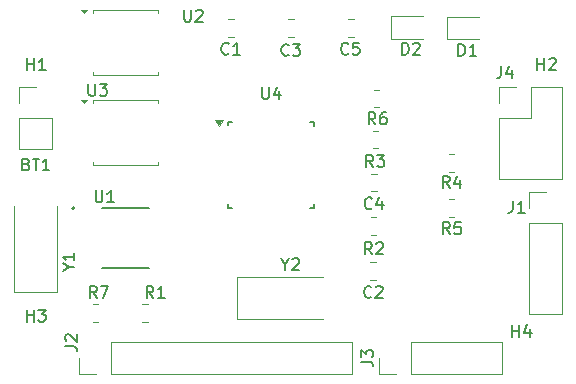
<source format=gbr>
%TF.GenerationSoftware,KiCad,Pcbnew,9.0.1*%
%TF.CreationDate,2025-04-10T12:08:20+02:00*%
%TF.ProjectId,MCU_datalogger,4d43555f-6461-4746-916c-6f676765722e,rev?*%
%TF.SameCoordinates,Original*%
%TF.FileFunction,Legend,Top*%
%TF.FilePolarity,Positive*%
%FSLAX46Y46*%
G04 Gerber Fmt 4.6, Leading zero omitted, Abs format (unit mm)*
G04 Created by KiCad (PCBNEW 9.0.1) date 2025-04-10 12:08:20*
%MOMM*%
%LPD*%
G01*
G04 APERTURE LIST*
%ADD10C,0.150000*%
%ADD11C,0.120000*%
%ADD12C,0.127000*%
%ADD13C,0.200000*%
G04 APERTURE END LIST*
D10*
X168666666Y-99754819D02*
X168666666Y-100469104D01*
X168666666Y-100469104D02*
X168619047Y-100611961D01*
X168619047Y-100611961D02*
X168523809Y-100707200D01*
X168523809Y-100707200D02*
X168380952Y-100754819D01*
X168380952Y-100754819D02*
X168285714Y-100754819D01*
X169666666Y-100754819D02*
X169095238Y-100754819D01*
X169380952Y-100754819D02*
X169380952Y-99754819D01*
X169380952Y-99754819D02*
X169285714Y-99897676D01*
X169285714Y-99897676D02*
X169190476Y-99992914D01*
X169190476Y-99992914D02*
X169095238Y-100040533D01*
X138233333Y-107954819D02*
X137900000Y-107478628D01*
X137661905Y-107954819D02*
X137661905Y-106954819D01*
X137661905Y-106954819D02*
X138042857Y-106954819D01*
X138042857Y-106954819D02*
X138138095Y-107002438D01*
X138138095Y-107002438D02*
X138185714Y-107050057D01*
X138185714Y-107050057D02*
X138233333Y-107145295D01*
X138233333Y-107145295D02*
X138233333Y-107288152D01*
X138233333Y-107288152D02*
X138185714Y-107383390D01*
X138185714Y-107383390D02*
X138138095Y-107431009D01*
X138138095Y-107431009D02*
X138042857Y-107478628D01*
X138042857Y-107478628D02*
X137661905Y-107478628D01*
X139185714Y-107954819D02*
X138614286Y-107954819D01*
X138900000Y-107954819D02*
X138900000Y-106954819D01*
X138900000Y-106954819D02*
X138804762Y-107097676D01*
X138804762Y-107097676D02*
X138709524Y-107192914D01*
X138709524Y-107192914D02*
X138614286Y-107240533D01*
X147432406Y-90112063D02*
X147432406Y-90921586D01*
X147432406Y-90921586D02*
X147480025Y-91016824D01*
X147480025Y-91016824D02*
X147527644Y-91064444D01*
X147527644Y-91064444D02*
X147622882Y-91112063D01*
X147622882Y-91112063D02*
X147813358Y-91112063D01*
X147813358Y-91112063D02*
X147908596Y-91064444D01*
X147908596Y-91064444D02*
X147956215Y-91016824D01*
X147956215Y-91016824D02*
X148003834Y-90921586D01*
X148003834Y-90921586D02*
X148003834Y-90112063D01*
X148908596Y-90445396D02*
X148908596Y-91112063D01*
X148670501Y-90064444D02*
X148432406Y-90778729D01*
X148432406Y-90778729D02*
X149051453Y-90778729D01*
X144613333Y-87259580D02*
X144565714Y-87307200D01*
X144565714Y-87307200D02*
X144422857Y-87354819D01*
X144422857Y-87354819D02*
X144327619Y-87354819D01*
X144327619Y-87354819D02*
X144184762Y-87307200D01*
X144184762Y-87307200D02*
X144089524Y-87211961D01*
X144089524Y-87211961D02*
X144041905Y-87116723D01*
X144041905Y-87116723D02*
X143994286Y-86926247D01*
X143994286Y-86926247D02*
X143994286Y-86783390D01*
X143994286Y-86783390D02*
X144041905Y-86592914D01*
X144041905Y-86592914D02*
X144089524Y-86497676D01*
X144089524Y-86497676D02*
X144184762Y-86402438D01*
X144184762Y-86402438D02*
X144327619Y-86354819D01*
X144327619Y-86354819D02*
X144422857Y-86354819D01*
X144422857Y-86354819D02*
X144565714Y-86402438D01*
X144565714Y-86402438D02*
X144613333Y-86450057D01*
X145565714Y-87354819D02*
X144994286Y-87354819D01*
X145280000Y-87354819D02*
X145280000Y-86354819D01*
X145280000Y-86354819D02*
X145184762Y-86497676D01*
X145184762Y-86497676D02*
X145089524Y-86592914D01*
X145089524Y-86592914D02*
X144994286Y-86640533D01*
X131078628Y-105376190D02*
X131554819Y-105376190D01*
X130554819Y-105709523D02*
X131078628Y-105376190D01*
X131078628Y-105376190D02*
X130554819Y-105042857D01*
X131554819Y-104185714D02*
X131554819Y-104757142D01*
X131554819Y-104471428D02*
X130554819Y-104471428D01*
X130554819Y-104471428D02*
X130697676Y-104566666D01*
X130697676Y-104566666D02*
X130792914Y-104661904D01*
X130792914Y-104661904D02*
X130840533Y-104757142D01*
X127538095Y-88654819D02*
X127538095Y-87654819D01*
X127538095Y-88131009D02*
X128109523Y-88131009D01*
X128109523Y-88654819D02*
X128109523Y-87654819D01*
X129109523Y-88654819D02*
X128538095Y-88654819D01*
X128823809Y-88654819D02*
X128823809Y-87654819D01*
X128823809Y-87654819D02*
X128728571Y-87797676D01*
X128728571Y-87797676D02*
X128633333Y-87892914D01*
X128633333Y-87892914D02*
X128538095Y-87940533D01*
X156682853Y-107859580D02*
X156635234Y-107907200D01*
X156635234Y-107907200D02*
X156492377Y-107954819D01*
X156492377Y-107954819D02*
X156397139Y-107954819D01*
X156397139Y-107954819D02*
X156254282Y-107907200D01*
X156254282Y-107907200D02*
X156159044Y-107811961D01*
X156159044Y-107811961D02*
X156111425Y-107716723D01*
X156111425Y-107716723D02*
X156063806Y-107526247D01*
X156063806Y-107526247D02*
X156063806Y-107383390D01*
X156063806Y-107383390D02*
X156111425Y-107192914D01*
X156111425Y-107192914D02*
X156159044Y-107097676D01*
X156159044Y-107097676D02*
X156254282Y-107002438D01*
X156254282Y-107002438D02*
X156397139Y-106954819D01*
X156397139Y-106954819D02*
X156492377Y-106954819D01*
X156492377Y-106954819D02*
X156635234Y-107002438D01*
X156635234Y-107002438D02*
X156682853Y-107050057D01*
X157063806Y-107050057D02*
X157111425Y-107002438D01*
X157111425Y-107002438D02*
X157206663Y-106954819D01*
X157206663Y-106954819D02*
X157444758Y-106954819D01*
X157444758Y-106954819D02*
X157539996Y-107002438D01*
X157539996Y-107002438D02*
X157587615Y-107050057D01*
X157587615Y-107050057D02*
X157635234Y-107145295D01*
X157635234Y-107145295D02*
X157635234Y-107240533D01*
X157635234Y-107240533D02*
X157587615Y-107383390D01*
X157587615Y-107383390D02*
X157016187Y-107954819D01*
X157016187Y-107954819D02*
X157635234Y-107954819D01*
X156833333Y-96854819D02*
X156500000Y-96378628D01*
X156261905Y-96854819D02*
X156261905Y-95854819D01*
X156261905Y-95854819D02*
X156642857Y-95854819D01*
X156642857Y-95854819D02*
X156738095Y-95902438D01*
X156738095Y-95902438D02*
X156785714Y-95950057D01*
X156785714Y-95950057D02*
X156833333Y-96045295D01*
X156833333Y-96045295D02*
X156833333Y-96188152D01*
X156833333Y-96188152D02*
X156785714Y-96283390D01*
X156785714Y-96283390D02*
X156738095Y-96331009D01*
X156738095Y-96331009D02*
X156642857Y-96378628D01*
X156642857Y-96378628D02*
X156261905Y-96378628D01*
X157166667Y-95854819D02*
X157785714Y-95854819D01*
X157785714Y-95854819D02*
X157452381Y-96235771D01*
X157452381Y-96235771D02*
X157595238Y-96235771D01*
X157595238Y-96235771D02*
X157690476Y-96283390D01*
X157690476Y-96283390D02*
X157738095Y-96331009D01*
X157738095Y-96331009D02*
X157785714Y-96426247D01*
X157785714Y-96426247D02*
X157785714Y-96664342D01*
X157785714Y-96664342D02*
X157738095Y-96759580D01*
X157738095Y-96759580D02*
X157690476Y-96807200D01*
X157690476Y-96807200D02*
X157595238Y-96854819D01*
X157595238Y-96854819D02*
X157309524Y-96854819D01*
X157309524Y-96854819D02*
X157214286Y-96807200D01*
X157214286Y-96807200D02*
X157166667Y-96759580D01*
X155824819Y-113363333D02*
X156539104Y-113363333D01*
X156539104Y-113363333D02*
X156681961Y-113410952D01*
X156681961Y-113410952D02*
X156777200Y-113506190D01*
X156777200Y-113506190D02*
X156824819Y-113649047D01*
X156824819Y-113649047D02*
X156824819Y-113744285D01*
X155824819Y-112982380D02*
X155824819Y-112363333D01*
X155824819Y-112363333D02*
X156205771Y-112696666D01*
X156205771Y-112696666D02*
X156205771Y-112553809D01*
X156205771Y-112553809D02*
X156253390Y-112458571D01*
X156253390Y-112458571D02*
X156301009Y-112410952D01*
X156301009Y-112410952D02*
X156396247Y-112363333D01*
X156396247Y-112363333D02*
X156634342Y-112363333D01*
X156634342Y-112363333D02*
X156729580Y-112410952D01*
X156729580Y-112410952D02*
X156777200Y-112458571D01*
X156777200Y-112458571D02*
X156824819Y-112553809D01*
X156824819Y-112553809D02*
X156824819Y-112839523D01*
X156824819Y-112839523D02*
X156777200Y-112934761D01*
X156777200Y-112934761D02*
X156729580Y-112982380D01*
X163305833Y-98654819D02*
X162972500Y-98178628D01*
X162734405Y-98654819D02*
X162734405Y-97654819D01*
X162734405Y-97654819D02*
X163115357Y-97654819D01*
X163115357Y-97654819D02*
X163210595Y-97702438D01*
X163210595Y-97702438D02*
X163258214Y-97750057D01*
X163258214Y-97750057D02*
X163305833Y-97845295D01*
X163305833Y-97845295D02*
X163305833Y-97988152D01*
X163305833Y-97988152D02*
X163258214Y-98083390D01*
X163258214Y-98083390D02*
X163210595Y-98131009D01*
X163210595Y-98131009D02*
X163115357Y-98178628D01*
X163115357Y-98178628D02*
X162734405Y-98178628D01*
X164162976Y-97988152D02*
X164162976Y-98654819D01*
X163924881Y-97607200D02*
X163686786Y-98321485D01*
X163686786Y-98321485D02*
X164305833Y-98321485D01*
X170738095Y-88654819D02*
X170738095Y-87654819D01*
X170738095Y-88131009D02*
X171309523Y-88131009D01*
X171309523Y-88654819D02*
X171309523Y-87654819D01*
X171738095Y-87750057D02*
X171785714Y-87702438D01*
X171785714Y-87702438D02*
X171880952Y-87654819D01*
X171880952Y-87654819D02*
X172119047Y-87654819D01*
X172119047Y-87654819D02*
X172214285Y-87702438D01*
X172214285Y-87702438D02*
X172261904Y-87750057D01*
X172261904Y-87750057D02*
X172309523Y-87845295D01*
X172309523Y-87845295D02*
X172309523Y-87940533D01*
X172309523Y-87940533D02*
X172261904Y-88083390D01*
X172261904Y-88083390D02*
X171690476Y-88654819D01*
X171690476Y-88654819D02*
X172309523Y-88654819D01*
X156733333Y-100359580D02*
X156685714Y-100407200D01*
X156685714Y-100407200D02*
X156542857Y-100454819D01*
X156542857Y-100454819D02*
X156447619Y-100454819D01*
X156447619Y-100454819D02*
X156304762Y-100407200D01*
X156304762Y-100407200D02*
X156209524Y-100311961D01*
X156209524Y-100311961D02*
X156161905Y-100216723D01*
X156161905Y-100216723D02*
X156114286Y-100026247D01*
X156114286Y-100026247D02*
X156114286Y-99883390D01*
X156114286Y-99883390D02*
X156161905Y-99692914D01*
X156161905Y-99692914D02*
X156209524Y-99597676D01*
X156209524Y-99597676D02*
X156304762Y-99502438D01*
X156304762Y-99502438D02*
X156447619Y-99454819D01*
X156447619Y-99454819D02*
X156542857Y-99454819D01*
X156542857Y-99454819D02*
X156685714Y-99502438D01*
X156685714Y-99502438D02*
X156733333Y-99550057D01*
X157590476Y-99788152D02*
X157590476Y-100454819D01*
X157352381Y-99407200D02*
X157114286Y-100121485D01*
X157114286Y-100121485D02*
X157733333Y-100121485D01*
X168638095Y-111254819D02*
X168638095Y-110254819D01*
X168638095Y-110731009D02*
X169209523Y-110731009D01*
X169209523Y-111254819D02*
X169209523Y-110254819D01*
X170114285Y-110588152D02*
X170114285Y-111254819D01*
X169876190Y-110207200D02*
X169638095Y-110921485D01*
X169638095Y-110921485D02*
X170257142Y-110921485D01*
X156733333Y-104254819D02*
X156400000Y-103778628D01*
X156161905Y-104254819D02*
X156161905Y-103254819D01*
X156161905Y-103254819D02*
X156542857Y-103254819D01*
X156542857Y-103254819D02*
X156638095Y-103302438D01*
X156638095Y-103302438D02*
X156685714Y-103350057D01*
X156685714Y-103350057D02*
X156733333Y-103445295D01*
X156733333Y-103445295D02*
X156733333Y-103588152D01*
X156733333Y-103588152D02*
X156685714Y-103683390D01*
X156685714Y-103683390D02*
X156638095Y-103731009D01*
X156638095Y-103731009D02*
X156542857Y-103778628D01*
X156542857Y-103778628D02*
X156161905Y-103778628D01*
X157114286Y-103350057D02*
X157161905Y-103302438D01*
X157161905Y-103302438D02*
X157257143Y-103254819D01*
X157257143Y-103254819D02*
X157495238Y-103254819D01*
X157495238Y-103254819D02*
X157590476Y-103302438D01*
X157590476Y-103302438D02*
X157638095Y-103350057D01*
X157638095Y-103350057D02*
X157685714Y-103445295D01*
X157685714Y-103445295D02*
X157685714Y-103540533D01*
X157685714Y-103540533D02*
X157638095Y-103683390D01*
X157638095Y-103683390D02*
X157066667Y-104254819D01*
X157066667Y-104254819D02*
X157685714Y-104254819D01*
X132738095Y-89834819D02*
X132738095Y-90644342D01*
X132738095Y-90644342D02*
X132785714Y-90739580D01*
X132785714Y-90739580D02*
X132833333Y-90787200D01*
X132833333Y-90787200D02*
X132928571Y-90834819D01*
X132928571Y-90834819D02*
X133119047Y-90834819D01*
X133119047Y-90834819D02*
X133214285Y-90787200D01*
X133214285Y-90787200D02*
X133261904Y-90739580D01*
X133261904Y-90739580D02*
X133309523Y-90644342D01*
X133309523Y-90644342D02*
X133309523Y-89834819D01*
X133690476Y-89834819D02*
X134309523Y-89834819D01*
X134309523Y-89834819D02*
X133976190Y-90215771D01*
X133976190Y-90215771D02*
X134119047Y-90215771D01*
X134119047Y-90215771D02*
X134214285Y-90263390D01*
X134214285Y-90263390D02*
X134261904Y-90311009D01*
X134261904Y-90311009D02*
X134309523Y-90406247D01*
X134309523Y-90406247D02*
X134309523Y-90644342D01*
X134309523Y-90644342D02*
X134261904Y-90739580D01*
X134261904Y-90739580D02*
X134214285Y-90787200D01*
X134214285Y-90787200D02*
X134119047Y-90834819D01*
X134119047Y-90834819D02*
X133833333Y-90834819D01*
X133833333Y-90834819D02*
X133738095Y-90787200D01*
X133738095Y-90787200D02*
X133690476Y-90739580D01*
X163333333Y-102554819D02*
X163000000Y-102078628D01*
X162761905Y-102554819D02*
X162761905Y-101554819D01*
X162761905Y-101554819D02*
X163142857Y-101554819D01*
X163142857Y-101554819D02*
X163238095Y-101602438D01*
X163238095Y-101602438D02*
X163285714Y-101650057D01*
X163285714Y-101650057D02*
X163333333Y-101745295D01*
X163333333Y-101745295D02*
X163333333Y-101888152D01*
X163333333Y-101888152D02*
X163285714Y-101983390D01*
X163285714Y-101983390D02*
X163238095Y-102031009D01*
X163238095Y-102031009D02*
X163142857Y-102078628D01*
X163142857Y-102078628D02*
X162761905Y-102078628D01*
X164238095Y-101554819D02*
X163761905Y-101554819D01*
X163761905Y-101554819D02*
X163714286Y-102031009D01*
X163714286Y-102031009D02*
X163761905Y-101983390D01*
X163761905Y-101983390D02*
X163857143Y-101935771D01*
X163857143Y-101935771D02*
X164095238Y-101935771D01*
X164095238Y-101935771D02*
X164190476Y-101983390D01*
X164190476Y-101983390D02*
X164238095Y-102031009D01*
X164238095Y-102031009D02*
X164285714Y-102126247D01*
X164285714Y-102126247D02*
X164285714Y-102364342D01*
X164285714Y-102364342D02*
X164238095Y-102459580D01*
X164238095Y-102459580D02*
X164190476Y-102507200D01*
X164190476Y-102507200D02*
X164095238Y-102554819D01*
X164095238Y-102554819D02*
X163857143Y-102554819D01*
X163857143Y-102554819D02*
X163761905Y-102507200D01*
X163761905Y-102507200D02*
X163714286Y-102459580D01*
X149693333Y-87359580D02*
X149645714Y-87407200D01*
X149645714Y-87407200D02*
X149502857Y-87454819D01*
X149502857Y-87454819D02*
X149407619Y-87454819D01*
X149407619Y-87454819D02*
X149264762Y-87407200D01*
X149264762Y-87407200D02*
X149169524Y-87311961D01*
X149169524Y-87311961D02*
X149121905Y-87216723D01*
X149121905Y-87216723D02*
X149074286Y-87026247D01*
X149074286Y-87026247D02*
X149074286Y-86883390D01*
X149074286Y-86883390D02*
X149121905Y-86692914D01*
X149121905Y-86692914D02*
X149169524Y-86597676D01*
X149169524Y-86597676D02*
X149264762Y-86502438D01*
X149264762Y-86502438D02*
X149407619Y-86454819D01*
X149407619Y-86454819D02*
X149502857Y-86454819D01*
X149502857Y-86454819D02*
X149645714Y-86502438D01*
X149645714Y-86502438D02*
X149693333Y-86550057D01*
X150026667Y-86454819D02*
X150645714Y-86454819D01*
X150645714Y-86454819D02*
X150312381Y-86835771D01*
X150312381Y-86835771D02*
X150455238Y-86835771D01*
X150455238Y-86835771D02*
X150550476Y-86883390D01*
X150550476Y-86883390D02*
X150598095Y-86931009D01*
X150598095Y-86931009D02*
X150645714Y-87026247D01*
X150645714Y-87026247D02*
X150645714Y-87264342D01*
X150645714Y-87264342D02*
X150598095Y-87359580D01*
X150598095Y-87359580D02*
X150550476Y-87407200D01*
X150550476Y-87407200D02*
X150455238Y-87454819D01*
X150455238Y-87454819D02*
X150169524Y-87454819D01*
X150169524Y-87454819D02*
X150074286Y-87407200D01*
X150074286Y-87407200D02*
X150026667Y-87359580D01*
X133433333Y-107954819D02*
X133100000Y-107478628D01*
X132861905Y-107954819D02*
X132861905Y-106954819D01*
X132861905Y-106954819D02*
X133242857Y-106954819D01*
X133242857Y-106954819D02*
X133338095Y-107002438D01*
X133338095Y-107002438D02*
X133385714Y-107050057D01*
X133385714Y-107050057D02*
X133433333Y-107145295D01*
X133433333Y-107145295D02*
X133433333Y-107288152D01*
X133433333Y-107288152D02*
X133385714Y-107383390D01*
X133385714Y-107383390D02*
X133338095Y-107431009D01*
X133338095Y-107431009D02*
X133242857Y-107478628D01*
X133242857Y-107478628D02*
X132861905Y-107478628D01*
X133766667Y-106954819D02*
X134433333Y-106954819D01*
X134433333Y-106954819D02*
X134004762Y-107954819D01*
X127484285Y-96631009D02*
X127627142Y-96678628D01*
X127627142Y-96678628D02*
X127674761Y-96726247D01*
X127674761Y-96726247D02*
X127722380Y-96821485D01*
X127722380Y-96821485D02*
X127722380Y-96964342D01*
X127722380Y-96964342D02*
X127674761Y-97059580D01*
X127674761Y-97059580D02*
X127627142Y-97107200D01*
X127627142Y-97107200D02*
X127531904Y-97154819D01*
X127531904Y-97154819D02*
X127150952Y-97154819D01*
X127150952Y-97154819D02*
X127150952Y-96154819D01*
X127150952Y-96154819D02*
X127484285Y-96154819D01*
X127484285Y-96154819D02*
X127579523Y-96202438D01*
X127579523Y-96202438D02*
X127627142Y-96250057D01*
X127627142Y-96250057D02*
X127674761Y-96345295D01*
X127674761Y-96345295D02*
X127674761Y-96440533D01*
X127674761Y-96440533D02*
X127627142Y-96535771D01*
X127627142Y-96535771D02*
X127579523Y-96583390D01*
X127579523Y-96583390D02*
X127484285Y-96631009D01*
X127484285Y-96631009D02*
X127150952Y-96631009D01*
X128008095Y-96154819D02*
X128579523Y-96154819D01*
X128293809Y-97154819D02*
X128293809Y-96154819D01*
X129436666Y-97154819D02*
X128865238Y-97154819D01*
X129150952Y-97154819D02*
X129150952Y-96154819D01*
X129150952Y-96154819D02*
X129055714Y-96297676D01*
X129055714Y-96297676D02*
X128960476Y-96392914D01*
X128960476Y-96392914D02*
X128865238Y-96440533D01*
X130754819Y-112033333D02*
X131469104Y-112033333D01*
X131469104Y-112033333D02*
X131611961Y-112080952D01*
X131611961Y-112080952D02*
X131707200Y-112176190D01*
X131707200Y-112176190D02*
X131754819Y-112319047D01*
X131754819Y-112319047D02*
X131754819Y-112414285D01*
X130850057Y-111604761D02*
X130802438Y-111557142D01*
X130802438Y-111557142D02*
X130754819Y-111461904D01*
X130754819Y-111461904D02*
X130754819Y-111223809D01*
X130754819Y-111223809D02*
X130802438Y-111128571D01*
X130802438Y-111128571D02*
X130850057Y-111080952D01*
X130850057Y-111080952D02*
X130945295Y-111033333D01*
X130945295Y-111033333D02*
X131040533Y-111033333D01*
X131040533Y-111033333D02*
X131183390Y-111080952D01*
X131183390Y-111080952D02*
X131754819Y-111652380D01*
X131754819Y-111652380D02*
X131754819Y-111033333D01*
X164061905Y-87454819D02*
X164061905Y-86454819D01*
X164061905Y-86454819D02*
X164300000Y-86454819D01*
X164300000Y-86454819D02*
X164442857Y-86502438D01*
X164442857Y-86502438D02*
X164538095Y-86597676D01*
X164538095Y-86597676D02*
X164585714Y-86692914D01*
X164585714Y-86692914D02*
X164633333Y-86883390D01*
X164633333Y-86883390D02*
X164633333Y-87026247D01*
X164633333Y-87026247D02*
X164585714Y-87216723D01*
X164585714Y-87216723D02*
X164538095Y-87311961D01*
X164538095Y-87311961D02*
X164442857Y-87407200D01*
X164442857Y-87407200D02*
X164300000Y-87454819D01*
X164300000Y-87454819D02*
X164061905Y-87454819D01*
X165585714Y-87454819D02*
X165014286Y-87454819D01*
X165300000Y-87454819D02*
X165300000Y-86454819D01*
X165300000Y-86454819D02*
X165204762Y-86597676D01*
X165204762Y-86597676D02*
X165109524Y-86692914D01*
X165109524Y-86692914D02*
X165014286Y-86740533D01*
X149383809Y-105128628D02*
X149383809Y-105604819D01*
X149050476Y-104604819D02*
X149383809Y-105128628D01*
X149383809Y-105128628D02*
X149717142Y-104604819D01*
X150002857Y-104700057D02*
X150050476Y-104652438D01*
X150050476Y-104652438D02*
X150145714Y-104604819D01*
X150145714Y-104604819D02*
X150383809Y-104604819D01*
X150383809Y-104604819D02*
X150479047Y-104652438D01*
X150479047Y-104652438D02*
X150526666Y-104700057D01*
X150526666Y-104700057D02*
X150574285Y-104795295D01*
X150574285Y-104795295D02*
X150574285Y-104890533D01*
X150574285Y-104890533D02*
X150526666Y-105033390D01*
X150526666Y-105033390D02*
X149955238Y-105604819D01*
X149955238Y-105604819D02*
X150574285Y-105604819D01*
X157033333Y-93254819D02*
X156700000Y-92778628D01*
X156461905Y-93254819D02*
X156461905Y-92254819D01*
X156461905Y-92254819D02*
X156842857Y-92254819D01*
X156842857Y-92254819D02*
X156938095Y-92302438D01*
X156938095Y-92302438D02*
X156985714Y-92350057D01*
X156985714Y-92350057D02*
X157033333Y-92445295D01*
X157033333Y-92445295D02*
X157033333Y-92588152D01*
X157033333Y-92588152D02*
X156985714Y-92683390D01*
X156985714Y-92683390D02*
X156938095Y-92731009D01*
X156938095Y-92731009D02*
X156842857Y-92778628D01*
X156842857Y-92778628D02*
X156461905Y-92778628D01*
X157890476Y-92254819D02*
X157700000Y-92254819D01*
X157700000Y-92254819D02*
X157604762Y-92302438D01*
X157604762Y-92302438D02*
X157557143Y-92350057D01*
X157557143Y-92350057D02*
X157461905Y-92492914D01*
X157461905Y-92492914D02*
X157414286Y-92683390D01*
X157414286Y-92683390D02*
X157414286Y-93064342D01*
X157414286Y-93064342D02*
X157461905Y-93159580D01*
X157461905Y-93159580D02*
X157509524Y-93207200D01*
X157509524Y-93207200D02*
X157604762Y-93254819D01*
X157604762Y-93254819D02*
X157795238Y-93254819D01*
X157795238Y-93254819D02*
X157890476Y-93207200D01*
X157890476Y-93207200D02*
X157938095Y-93159580D01*
X157938095Y-93159580D02*
X157985714Y-93064342D01*
X157985714Y-93064342D02*
X157985714Y-92826247D01*
X157985714Y-92826247D02*
X157938095Y-92731009D01*
X157938095Y-92731009D02*
X157890476Y-92683390D01*
X157890476Y-92683390D02*
X157795238Y-92635771D01*
X157795238Y-92635771D02*
X157604762Y-92635771D01*
X157604762Y-92635771D02*
X157509524Y-92683390D01*
X157509524Y-92683390D02*
X157461905Y-92731009D01*
X157461905Y-92731009D02*
X157414286Y-92826247D01*
X127538095Y-109954819D02*
X127538095Y-108954819D01*
X127538095Y-109431009D02*
X128109523Y-109431009D01*
X128109523Y-109954819D02*
X128109523Y-108954819D01*
X128490476Y-108954819D02*
X129109523Y-108954819D01*
X129109523Y-108954819D02*
X128776190Y-109335771D01*
X128776190Y-109335771D02*
X128919047Y-109335771D01*
X128919047Y-109335771D02*
X129014285Y-109383390D01*
X129014285Y-109383390D02*
X129061904Y-109431009D01*
X129061904Y-109431009D02*
X129109523Y-109526247D01*
X129109523Y-109526247D02*
X129109523Y-109764342D01*
X129109523Y-109764342D02*
X129061904Y-109859580D01*
X129061904Y-109859580D02*
X129014285Y-109907200D01*
X129014285Y-109907200D02*
X128919047Y-109954819D01*
X128919047Y-109954819D02*
X128633333Y-109954819D01*
X128633333Y-109954819D02*
X128538095Y-109907200D01*
X128538095Y-109907200D02*
X128490476Y-109859580D01*
X133338095Y-98854819D02*
X133338095Y-99664342D01*
X133338095Y-99664342D02*
X133385714Y-99759580D01*
X133385714Y-99759580D02*
X133433333Y-99807200D01*
X133433333Y-99807200D02*
X133528571Y-99854819D01*
X133528571Y-99854819D02*
X133719047Y-99854819D01*
X133719047Y-99854819D02*
X133814285Y-99807200D01*
X133814285Y-99807200D02*
X133861904Y-99759580D01*
X133861904Y-99759580D02*
X133909523Y-99664342D01*
X133909523Y-99664342D02*
X133909523Y-98854819D01*
X134909523Y-99854819D02*
X134338095Y-99854819D01*
X134623809Y-99854819D02*
X134623809Y-98854819D01*
X134623809Y-98854819D02*
X134528571Y-98997676D01*
X134528571Y-98997676D02*
X134433333Y-99092914D01*
X134433333Y-99092914D02*
X134338095Y-99140533D01*
X154733333Y-87259580D02*
X154685714Y-87307200D01*
X154685714Y-87307200D02*
X154542857Y-87354819D01*
X154542857Y-87354819D02*
X154447619Y-87354819D01*
X154447619Y-87354819D02*
X154304762Y-87307200D01*
X154304762Y-87307200D02*
X154209524Y-87211961D01*
X154209524Y-87211961D02*
X154161905Y-87116723D01*
X154161905Y-87116723D02*
X154114286Y-86926247D01*
X154114286Y-86926247D02*
X154114286Y-86783390D01*
X154114286Y-86783390D02*
X154161905Y-86592914D01*
X154161905Y-86592914D02*
X154209524Y-86497676D01*
X154209524Y-86497676D02*
X154304762Y-86402438D01*
X154304762Y-86402438D02*
X154447619Y-86354819D01*
X154447619Y-86354819D02*
X154542857Y-86354819D01*
X154542857Y-86354819D02*
X154685714Y-86402438D01*
X154685714Y-86402438D02*
X154733333Y-86450057D01*
X155638095Y-86354819D02*
X155161905Y-86354819D01*
X155161905Y-86354819D02*
X155114286Y-86831009D01*
X155114286Y-86831009D02*
X155161905Y-86783390D01*
X155161905Y-86783390D02*
X155257143Y-86735771D01*
X155257143Y-86735771D02*
X155495238Y-86735771D01*
X155495238Y-86735771D02*
X155590476Y-86783390D01*
X155590476Y-86783390D02*
X155638095Y-86831009D01*
X155638095Y-86831009D02*
X155685714Y-86926247D01*
X155685714Y-86926247D02*
X155685714Y-87164342D01*
X155685714Y-87164342D02*
X155638095Y-87259580D01*
X155638095Y-87259580D02*
X155590476Y-87307200D01*
X155590476Y-87307200D02*
X155495238Y-87354819D01*
X155495238Y-87354819D02*
X155257143Y-87354819D01*
X155257143Y-87354819D02*
X155161905Y-87307200D01*
X155161905Y-87307200D02*
X155114286Y-87259580D01*
X140838095Y-83554819D02*
X140838095Y-84364342D01*
X140838095Y-84364342D02*
X140885714Y-84459580D01*
X140885714Y-84459580D02*
X140933333Y-84507200D01*
X140933333Y-84507200D02*
X141028571Y-84554819D01*
X141028571Y-84554819D02*
X141219047Y-84554819D01*
X141219047Y-84554819D02*
X141314285Y-84507200D01*
X141314285Y-84507200D02*
X141361904Y-84459580D01*
X141361904Y-84459580D02*
X141409523Y-84364342D01*
X141409523Y-84364342D02*
X141409523Y-83554819D01*
X141838095Y-83650057D02*
X141885714Y-83602438D01*
X141885714Y-83602438D02*
X141980952Y-83554819D01*
X141980952Y-83554819D02*
X142219047Y-83554819D01*
X142219047Y-83554819D02*
X142314285Y-83602438D01*
X142314285Y-83602438D02*
X142361904Y-83650057D01*
X142361904Y-83650057D02*
X142409523Y-83745295D01*
X142409523Y-83745295D02*
X142409523Y-83840533D01*
X142409523Y-83840533D02*
X142361904Y-83983390D01*
X142361904Y-83983390D02*
X141790476Y-84554819D01*
X141790476Y-84554819D02*
X142409523Y-84554819D01*
X159281905Y-87354819D02*
X159281905Y-86354819D01*
X159281905Y-86354819D02*
X159520000Y-86354819D01*
X159520000Y-86354819D02*
X159662857Y-86402438D01*
X159662857Y-86402438D02*
X159758095Y-86497676D01*
X159758095Y-86497676D02*
X159805714Y-86592914D01*
X159805714Y-86592914D02*
X159853333Y-86783390D01*
X159853333Y-86783390D02*
X159853333Y-86926247D01*
X159853333Y-86926247D02*
X159805714Y-87116723D01*
X159805714Y-87116723D02*
X159758095Y-87211961D01*
X159758095Y-87211961D02*
X159662857Y-87307200D01*
X159662857Y-87307200D02*
X159520000Y-87354819D01*
X159520000Y-87354819D02*
X159281905Y-87354819D01*
X160234286Y-86450057D02*
X160281905Y-86402438D01*
X160281905Y-86402438D02*
X160377143Y-86354819D01*
X160377143Y-86354819D02*
X160615238Y-86354819D01*
X160615238Y-86354819D02*
X160710476Y-86402438D01*
X160710476Y-86402438D02*
X160758095Y-86450057D01*
X160758095Y-86450057D02*
X160805714Y-86545295D01*
X160805714Y-86545295D02*
X160805714Y-86640533D01*
X160805714Y-86640533D02*
X160758095Y-86783390D01*
X160758095Y-86783390D02*
X160186667Y-87354819D01*
X160186667Y-87354819D02*
X160805714Y-87354819D01*
X167666666Y-88354819D02*
X167666666Y-89069104D01*
X167666666Y-89069104D02*
X167619047Y-89211961D01*
X167619047Y-89211961D02*
X167523809Y-89307200D01*
X167523809Y-89307200D02*
X167380952Y-89354819D01*
X167380952Y-89354819D02*
X167285714Y-89354819D01*
X168571428Y-88688152D02*
X168571428Y-89354819D01*
X168333333Y-88307200D02*
X168095238Y-89021485D01*
X168095238Y-89021485D02*
X168714285Y-89021485D01*
D11*
%TO.C,J1*%
X172830000Y-101600000D02*
X172830000Y-109330000D01*
X170070000Y-109330000D02*
X172830000Y-109330000D01*
X170070000Y-101600000D02*
X172830000Y-101600000D01*
X170070000Y-101600000D02*
X170070000Y-109330000D01*
X170070000Y-100330000D02*
X170070000Y-98950000D01*
X170070000Y-98950000D02*
X171450000Y-98950000D01*
%TO.C,R1*%
X137290436Y-108485000D02*
X137744564Y-108485000D01*
X137290436Y-109955000D02*
X137744564Y-109955000D01*
D10*
%TO.C,U4*%
X144569311Y-93082244D02*
X144569311Y-93307244D01*
X144569311Y-93082244D02*
X144894311Y-93082244D01*
X144569311Y-100332244D02*
X144569311Y-100007244D01*
X144569311Y-100332244D02*
X144894311Y-100332244D01*
X151819311Y-93082244D02*
X151494311Y-93082244D01*
X151819311Y-93082244D02*
X151819311Y-93407244D01*
X151819311Y-100332244D02*
X151494311Y-100332244D01*
X151819311Y-100332244D02*
X151819311Y-100007244D01*
D11*
X143804311Y-93367244D02*
X143464311Y-92897244D01*
X144144311Y-92897244D01*
X143804311Y-93367244D01*
G36*
X143804311Y-93367244D02*
G01*
X143464311Y-92897244D01*
X144144311Y-92897244D01*
X143804311Y-93367244D01*
G37*
%TO.C,C1*%
X144518748Y-84355000D02*
X145041252Y-84355000D01*
X144518748Y-85825000D02*
X145041252Y-85825000D01*
%TO.C,Y1*%
X126470000Y-100170000D02*
X126470000Y-107420000D01*
X126470000Y-107420000D02*
X130070000Y-107420000D01*
X130070000Y-107420000D02*
X130070000Y-100170000D01*
%TO.C,C2*%
X156588268Y-104946421D02*
X157110772Y-104946421D01*
X156588268Y-106416421D02*
X157110772Y-106416421D01*
%TO.C,R3*%
X157267820Y-93808402D02*
X156813692Y-93808402D01*
X157267820Y-95278402D02*
X156813692Y-95278402D01*
%TO.C,J3*%
X157370000Y-114410000D02*
X157370000Y-113030000D01*
X158750000Y-114410000D02*
X157370000Y-114410000D01*
X160020000Y-111650000D02*
X167750000Y-111650000D01*
X160020000Y-114410000D02*
X160020000Y-111650000D01*
X160020000Y-114410000D02*
X167750000Y-114410000D01*
X167750000Y-114410000D02*
X167750000Y-111650000D01*
%TO.C,R4*%
X163245436Y-95785000D02*
X163699564Y-95785000D01*
X163245436Y-97255000D02*
X163699564Y-97255000D01*
%TO.C,C4*%
X157176659Y-97476088D02*
X156654155Y-97476088D01*
X157176659Y-98946088D02*
X156654155Y-98946088D01*
%TO.C,R2*%
X157114084Y-101136421D02*
X156659956Y-101136421D01*
X157114084Y-102606421D02*
X156659956Y-102606421D01*
%TO.C,U3*%
X133130000Y-91220000D02*
X133130000Y-91490000D01*
X133130000Y-96740000D02*
X133130000Y-96470000D01*
X135890000Y-91220000D02*
X133130000Y-91220000D01*
X135890000Y-91220000D02*
X138650000Y-91220000D01*
X135890000Y-96740000D02*
X133130000Y-96740000D01*
X135890000Y-96740000D02*
X138650000Y-96740000D01*
X138650000Y-91220000D02*
X138650000Y-91490000D01*
X138650000Y-96740000D02*
X138650000Y-96470000D01*
X132365000Y-91490000D02*
X132125000Y-91160000D01*
X132605000Y-91160000D01*
X132365000Y-91490000D01*
G36*
X132365000Y-91490000D02*
G01*
X132125000Y-91160000D01*
X132605000Y-91160000D01*
X132365000Y-91490000D01*
G37*
%TO.C,R5*%
X163699564Y-99595000D02*
X163245436Y-99595000D01*
X163699564Y-101065000D02*
X163245436Y-101065000D01*
%TO.C,C3*%
X149598748Y-84355000D02*
X150121252Y-84355000D01*
X149598748Y-85825000D02*
X150121252Y-85825000D01*
%TO.C,R7*%
X133577064Y-108485000D02*
X133122936Y-108485000D01*
X133577064Y-109955000D02*
X133122936Y-109955000D01*
%TO.C,BT1*%
X126890000Y-90060000D02*
X128270000Y-90060000D01*
X126890000Y-91440000D02*
X126890000Y-90060000D01*
X126890000Y-92710000D02*
X126890000Y-95360000D01*
X126890000Y-92710000D02*
X129650000Y-92710000D01*
X126890000Y-95360000D02*
X129650000Y-95360000D01*
X129650000Y-92710000D02*
X129650000Y-95360000D01*
%TO.C,J2*%
X131970000Y-114410000D02*
X131970000Y-113030000D01*
X133350000Y-114410000D02*
X131970000Y-114410000D01*
X134620000Y-111650000D02*
X155050000Y-111650000D01*
X134620000Y-114410000D02*
X134620000Y-111650000D01*
X134620000Y-114410000D02*
X155050000Y-114410000D01*
X155050000Y-114410000D02*
X155050000Y-111650000D01*
%TO.C,D1*%
X163126865Y-84151521D02*
X163126865Y-86071521D01*
X163126865Y-86071521D02*
X165811865Y-86071521D01*
X165811865Y-84151521D02*
X163126865Y-84151521D01*
%TO.C,Y2*%
X145310000Y-106150000D02*
X145310000Y-109750000D01*
X145310000Y-109750000D02*
X152560000Y-109750000D01*
X152560000Y-106150000D02*
X145310000Y-106150000D01*
%TO.C,R6*%
X157353371Y-90353604D02*
X156899243Y-90353604D01*
X157353371Y-91823604D02*
X156899243Y-91823604D01*
D12*
%TO.C,U1*%
X133890000Y-100350000D02*
X137890000Y-100350000D01*
X133890000Y-105390000D02*
X137890000Y-105390000D01*
D13*
X131545000Y-100375000D02*
G75*
G02*
X131345000Y-100375000I-100000J0D01*
G01*
X131345000Y-100375000D02*
G75*
G02*
X131545000Y-100375000I100000J0D01*
G01*
D11*
%TO.C,C5*%
X155201252Y-84355000D02*
X154678748Y-84355000D01*
X155201252Y-85825000D02*
X154678748Y-85825000D01*
%TO.C,U2*%
X133130000Y-83600000D02*
X133130000Y-83870000D01*
X133130000Y-89120000D02*
X133130000Y-88850000D01*
X135890000Y-83600000D02*
X133130000Y-83600000D01*
X135890000Y-83600000D02*
X138650000Y-83600000D01*
X135890000Y-89120000D02*
X133130000Y-89120000D01*
X135890000Y-89120000D02*
X138650000Y-89120000D01*
X138650000Y-83600000D02*
X138650000Y-83870000D01*
X138650000Y-89120000D02*
X138650000Y-88850000D01*
X132365000Y-83870000D02*
X132125000Y-83540000D01*
X132605000Y-83540000D01*
X132365000Y-83870000D01*
G36*
X132365000Y-83870000D02*
G01*
X132125000Y-83540000D01*
X132605000Y-83540000D01*
X132365000Y-83870000D01*
G37*
%TO.C,D2*%
X158335000Y-84130000D02*
X158335000Y-86050000D01*
X158335000Y-86050000D02*
X161020000Y-86050000D01*
X161020000Y-84130000D02*
X158335000Y-84130000D01*
%TO.C,J4*%
X167530000Y-90060000D02*
X168910000Y-90060000D01*
X167530000Y-91440000D02*
X167530000Y-90060000D01*
X167530000Y-92710000D02*
X167530000Y-97900000D01*
X167530000Y-92710000D02*
X170180000Y-92710000D01*
X167530000Y-97900000D02*
X172830000Y-97900000D01*
X170180000Y-90060000D02*
X172830000Y-90060000D01*
X170180000Y-92710000D02*
X170180000Y-90060000D01*
X172830000Y-90060000D02*
X172830000Y-97900000D01*
%TD*%
M02*

</source>
